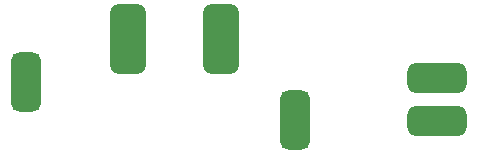
<source format=gbr>
%TF.GenerationSoftware,KiCad,Pcbnew,(7.0.0-0)*%
%TF.CreationDate,2023-02-27T23:59:31-08:00*%
%TF.ProjectId,DEMI_Buffer,44454d49-5f42-4756-9666-65722e6b6963,rev?*%
%TF.SameCoordinates,Original*%
%TF.FileFunction,Paste,Top*%
%TF.FilePolarity,Positive*%
%FSLAX46Y46*%
G04 Gerber Fmt 4.6, Leading zero omitted, Abs format (unit mm)*
G04 Created by KiCad (PCBNEW (7.0.0-0)) date 2023-02-27 23:59:31*
%MOMM*%
%LPD*%
G01*
G04 APERTURE LIST*
G04 Aperture macros list*
%AMRoundRect*
0 Rectangle with rounded corners*
0 $1 Rounding radius*
0 $2 $3 $4 $5 $6 $7 $8 $9 X,Y pos of 4 corners*
0 Add a 4 corners polygon primitive as box body*
4,1,4,$2,$3,$4,$5,$6,$7,$8,$9,$2,$3,0*
0 Add four circle primitives for the rounded corners*
1,1,$1+$1,$2,$3*
1,1,$1+$1,$4,$5*
1,1,$1+$1,$6,$7*
1,1,$1+$1,$8,$9*
0 Add four rect primitives between the rounded corners*
20,1,$1+$1,$2,$3,$4,$5,0*
20,1,$1+$1,$4,$5,$6,$7,0*
20,1,$1+$1,$6,$7,$8,$9,0*
20,1,$1+$1,$8,$9,$2,$3,0*%
G04 Aperture macros list end*
%ADD10RoundRect,0.625000X0.625000X1.875000X-0.625000X1.875000X-0.625000X-1.875000X0.625000X-1.875000X0*%
%ADD11RoundRect,0.625000X-1.875000X0.625000X-1.875000X-0.625000X1.875000X-0.625000X1.875000X0.625000X0*%
%ADD12RoundRect,0.625000X-0.625000X-1.875000X0.625000X-1.875000X0.625000X1.875000X-0.625000X1.875000X0*%
%ADD13RoundRect,0.750000X0.750000X2.250000X-0.750000X2.250000X-0.750000X-2.250000X0.750000X-2.250000X0*%
G04 APERTURE END LIST*
D10*
%TO.C,DEMI_PTT_L1*%
X137414000Y-105791000D03*
%TD*%
D11*
%TO.C,DEMI_RLY_GND1*%
X149479000Y-105918000D03*
%TD*%
D12*
%TO.C,DEMI_AUX1*%
X114681000Y-102616000D03*
%TD*%
D13*
%TO.C,DEMI_GND1*%
X123317000Y-98933000D03*
%TD*%
D11*
%TO.C,DEMI_RLY1*%
X149479000Y-102235000D03*
%TD*%
D13*
%TO.C,DEMI_BUS1*%
X131191000Y-98933000D03*
%TD*%
M02*

</source>
